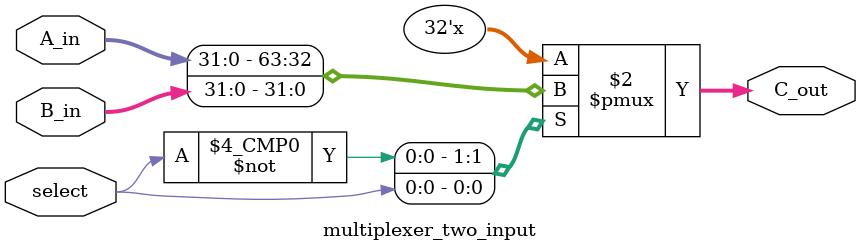
<source format=sv>
module register (clock, reset, in, enable, out);
    parameter k = 32;
    input logic clock, reset, enable;
    input logic[k-1:0] in;
    output logic [k-1:0] out;

    always @(posedge clock) begin
        if (!reset) begin
            out = {k{1'b0}};
        end else if (enable) begin
            out = in;
        end
    end
endmodule: register

module multiplexer_two_input (A_in, B_in, select, C_out);
    parameter k = 32;
    input logic [k-1:0] A_in, B_in;
    output logic [k-1:0] C_out;
    input logic select;

    always @(*) begin
        case (select)
            1'b0: C_out = A_in;
            1'b1: C_out = B_in;
            default: C_out = {k{1'b0}};
        endcase
    end
endmodule: multiplexer_two_input
</source>
